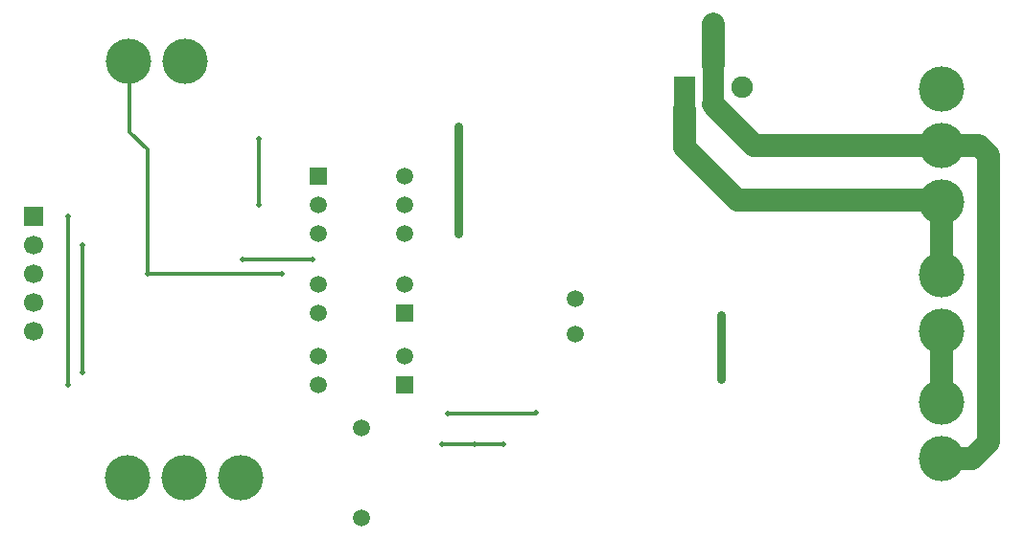
<source format=gbr>
G04 DipTrace 2.4.0.2*
%INBottom.gbr*%
%MOIN*%
%ADD14C,0.0315*%
%ADD16C,0.0787*%
%ADD17C,0.0748*%
%ADD18C,0.0118*%
%ADD22R,0.0748X0.0748*%
%ADD23C,0.0748*%
%ADD26C,0.1575*%
%ADD27R,0.0669X0.0669*%
%ADD28C,0.0669*%
%ADD29C,0.0591*%
%ADD40R,0.0591X0.0591*%
%ADD41C,0.0591*%
%ADD42C,0.0197*%
%FSLAX44Y44*%
G04*
G70*
G90*
G75*
G01*
%LNBottom*%
%LPD*%
X24375Y5687D2*
D14*
Y7938D1*
X32062Y2937D2*
D16*
X33125D1*
X33688Y3500D1*
Y13500D1*
X33344Y13844D1*
X32063D1*
X24125Y15875D2*
D17*
Y15250D1*
D16*
X25531Y13844D1*
X32063D1*
X24125Y15875D2*
D17*
Y16643D1*
D16*
Y18061D1*
D17*
X24127Y18063D1*
X32062Y7375D2*
D16*
Y4906D1*
X10188Y9875D2*
D18*
X7750D1*
X8312Y14062D2*
Y11752D1*
X2189Y10375D2*
Y5936D1*
X9125Y9375D2*
X4437D1*
Y13688D1*
X3813Y14313D1*
Y16719D1*
X3781Y16750D1*
X32062Y9344D2*
D16*
X32063Y11875D1*
X23125Y15875D2*
D17*
Y15107D1*
D16*
Y13750D1*
X24938Y11937D1*
X32000D1*
X32063Y11875D1*
X15250Y10750D2*
D14*
Y14500D1*
X1696Y11375D2*
D18*
Y5491D1*
X17938Y4525D2*
Y4500D1*
X14875D1*
X14688Y3437D2*
X15812D1*
X16812D1*
D42*
X24375Y5687D3*
Y7938D3*
X10188Y9875D3*
X7750D3*
X8312Y14062D3*
Y11752D3*
X2189Y5936D3*
Y10375D3*
X9125Y9375D3*
X4437D3*
D3*
X15250Y10750D3*
Y14500D3*
X1696Y5491D3*
Y11375D3*
X14875Y4500D3*
X17938Y4525D3*
X14688Y3437D3*
X15812D3*
D3*
X16812D3*
D22*
X23125Y15875D3*
D23*
X24125D3*
X25125D3*
D26*
X32062Y2937D3*
Y4906D3*
X32063Y11875D3*
Y13844D3*
Y15812D3*
X32062Y7375D3*
Y9344D3*
X3750Y2250D3*
X5719D3*
X7687D3*
D27*
X500Y11375D3*
D28*
Y10375D3*
Y9375D3*
Y8375D3*
Y7375D3*
D26*
X5750Y16750D3*
X3781D3*
D17*
X24127Y18063D3*
D29*
X11875Y4000D3*
Y875D3*
X19314Y8500D3*
Y7250D3*
D40*
X10375Y12750D3*
D41*
Y11750D3*
Y10750D3*
X13375D3*
Y11750D3*
Y12750D3*
D40*
Y8000D3*
D29*
Y9000D3*
X10375D3*
Y8000D3*
D40*
X13375Y5500D3*
D29*
Y6500D3*
X10375D3*
Y5500D3*
M02*

</source>
